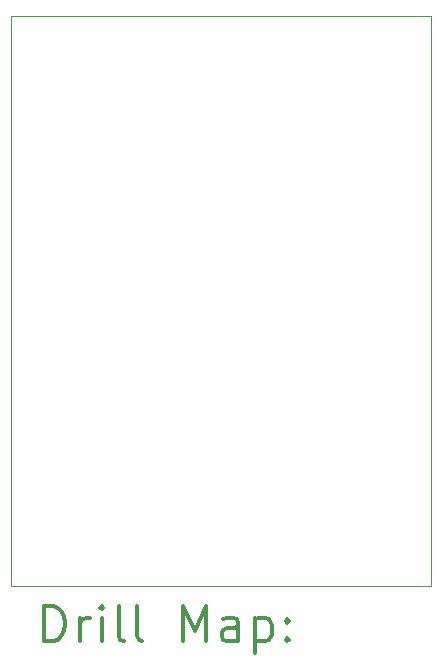
<source format=gbr>
%FSLAX45Y45*%
G04 Gerber Fmt 4.5, Leading zero omitted, Abs format (unit mm)*
G04 Created by KiCad (PCBNEW (5.1.10)-1) date 2021-12-23 11:07:06*
%MOMM*%
%LPD*%
G01*
G04 APERTURE LIST*
%TA.AperFunction,Profile*%
%ADD10C,0.050000*%
%TD*%
%ADD11C,0.200000*%
%ADD12C,0.300000*%
G04 APERTURE END LIST*
D10*
X13970000Y-12319000D02*
X17526000Y-12319000D01*
X13970000Y-7493000D02*
X13970000Y-12319000D01*
X17526000Y-7493000D02*
X13970000Y-7493000D01*
X17526000Y-12319000D02*
X17526000Y-7493000D01*
D11*
D12*
X14253928Y-12787214D02*
X14253928Y-12487214D01*
X14325357Y-12487214D01*
X14368214Y-12501500D01*
X14396786Y-12530071D01*
X14411071Y-12558643D01*
X14425357Y-12615786D01*
X14425357Y-12658643D01*
X14411071Y-12715786D01*
X14396786Y-12744357D01*
X14368214Y-12772929D01*
X14325357Y-12787214D01*
X14253928Y-12787214D01*
X14553928Y-12787214D02*
X14553928Y-12587214D01*
X14553928Y-12644357D02*
X14568214Y-12615786D01*
X14582500Y-12601500D01*
X14611071Y-12587214D01*
X14639643Y-12587214D01*
X14739643Y-12787214D02*
X14739643Y-12587214D01*
X14739643Y-12487214D02*
X14725357Y-12501500D01*
X14739643Y-12515786D01*
X14753928Y-12501500D01*
X14739643Y-12487214D01*
X14739643Y-12515786D01*
X14925357Y-12787214D02*
X14896786Y-12772929D01*
X14882500Y-12744357D01*
X14882500Y-12487214D01*
X15082500Y-12787214D02*
X15053928Y-12772929D01*
X15039643Y-12744357D01*
X15039643Y-12487214D01*
X15425357Y-12787214D02*
X15425357Y-12487214D01*
X15525357Y-12701500D01*
X15625357Y-12487214D01*
X15625357Y-12787214D01*
X15896786Y-12787214D02*
X15896786Y-12630071D01*
X15882500Y-12601500D01*
X15853928Y-12587214D01*
X15796786Y-12587214D01*
X15768214Y-12601500D01*
X15896786Y-12772929D02*
X15868214Y-12787214D01*
X15796786Y-12787214D01*
X15768214Y-12772929D01*
X15753928Y-12744357D01*
X15753928Y-12715786D01*
X15768214Y-12687214D01*
X15796786Y-12672929D01*
X15868214Y-12672929D01*
X15896786Y-12658643D01*
X16039643Y-12587214D02*
X16039643Y-12887214D01*
X16039643Y-12601500D02*
X16068214Y-12587214D01*
X16125357Y-12587214D01*
X16153928Y-12601500D01*
X16168214Y-12615786D01*
X16182500Y-12644357D01*
X16182500Y-12730071D01*
X16168214Y-12758643D01*
X16153928Y-12772929D01*
X16125357Y-12787214D01*
X16068214Y-12787214D01*
X16039643Y-12772929D01*
X16311071Y-12758643D02*
X16325357Y-12772929D01*
X16311071Y-12787214D01*
X16296786Y-12772929D01*
X16311071Y-12758643D01*
X16311071Y-12787214D01*
X16311071Y-12601500D02*
X16325357Y-12615786D01*
X16311071Y-12630071D01*
X16296786Y-12615786D01*
X16311071Y-12601500D01*
X16311071Y-12630071D01*
M02*

</source>
